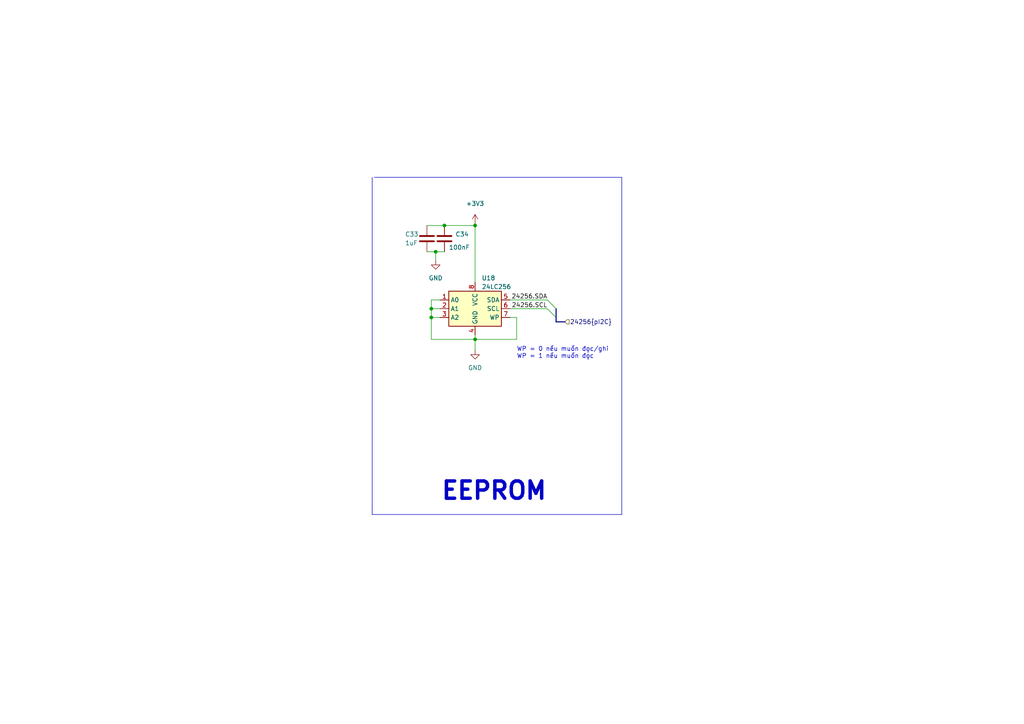
<source format=kicad_sch>
(kicad_sch (version 20230121) (generator eeschema)
  (paper "A4")
  (lib_symbols
    (symbol "Device:C" (pin_numbers hide) (pin_names (offset 0.254))
      (property "Reference" "C" (at 0.635 2.54 0))
      (property "Value" "C" (at 0.635 -2.54 0))
      (symbol "C_0_1"
        (polyline (pts (xy -2.032 -0.762) (xy 2.032 -0.762)) (stroke (width 0.508)))
        (polyline (pts (xy -2.032 0.762) (xy 2.032 0.762)) (stroke (width 0.508)))
      )
      (symbol "C_1_1"
        (pin passive line (at 0 3.81 270) (length 2.794) (name "~") (number "1"))
        (pin passive line (at 0 -3.81 90) (length 2.794) (name "~") (number "2"))
      )
    )
    (symbol "GND_1" (power) (pin_names (offset 0))
      (property "Value" "GND_1" (at 0 -3.81 0))
      (symbol "GND_1_0_1"
        (polyline (pts (xy 0 0) (xy 0 -1.27) (xy 1.27 -1.27) (xy 0 -2.54) (xy -1.27 -1.27) (xy 0 -1.27)))
      )
      (symbol "GND_1_1_1"
        (pin power_in line (at 0 0 270) (length 0) hide (name "GND") (number "1"))
      )
    )
    (symbol "Memory_EEPROM:24LC256"
      (property "Reference" "U" (at -6.35 6.35 0))
      (property "Value" "24LC256" (at 1.27 6.35 0))
      (symbol "24LC256_1_1"
        (rectangle (start -7.62 5.08) (end 7.62 -5.08) (stroke (width 0.254)) (fill (type background)))
        (pin input line (at -10.16 2.54 0) (length 2.54) (name "A0") (number "1"))
        (pin input line (at -10.16 0 0) (length 2.54) (name "A1") (number "2"))
        (pin input line (at -10.16 -2.54 0) (length 2.54) (name "A2") (number "3"))
        (pin power_in line (at 0 -7.62 90) (length 2.54) (name "GND") (number "4"))
        (pin bidirectional line (at 10.16 2.54 180) (length 2.54) (name "SDA") (number "5"))
        (pin input line (at 10.16 0 180) (length 2.54) (name "SCL") (number "6"))
        (pin input line (at 10.16 -2.54 180) (length 2.54) (name "WP") (number "7"))
        (pin power_in line (at 0 7.62 270) (length 2.54) (name "VCC") (number "8"))
      )
    )
    (symbol "power:+3V3" (power) (pin_names (offset 0))
      (property "Value" "+3V3" (at 0 3.556 0))
      (symbol "+3V3_0_1"
        (polyline (pts (xy -0.762 1.27) (xy 0 2.54)))
        (polyline (pts (xy 0 0) (xy 0 2.54)))
        (polyline (pts (xy 0 2.54) (xy 0.762 1.27)))
      )
      (symbol "+3V3_1_1"
        (pin power_in line (at 0 0 90) (length 0) hide (name "+3V3") (number "1"))
      )
    )
    (symbol "power:GND" (power) (pin_names (offset 0))
      (property "Value" "GND" (at 0 -3.81 0))
      (symbol "GND_0_1"
        (polyline (pts (xy 0 0) (xy 0 -1.27) (xy 1.27 -1.27) (xy 0 -2.54) (xy -1.27 -1.27) (xy 0 -1.27)))
      )
      (symbol "GND_1_1"
        (pin power_in line (at 0 0 270) (length 0) hide (name "GND") (number "1"))
      )
    )
  )
  (junction (at 128.905 65.405))
  (junction (at 125.095 92.075))
  (junction (at 125.095 89.535))
  (junction (at 126.365 73.025))
  (junction (at 137.795 98.425))
  (junction (at 137.795 65.405))
  (bus_entry (at 158.75 86.995) (size 2.54 2.54))
  (bus_entry (at 158.75 89.535) (size 2.54 2.54))
  (wire (pts (xy 125.095 92.075) (xy 125.095 98.425)))
  (wire (pts (xy 147.955 89.535) (xy 158.75 89.535)))
  (wire (pts (xy 147.955 86.995) (xy 158.75 86.995)))
  (wire (pts (xy 128.905 65.405) (xy 137.795 65.405)))
  (polyline (pts (xy 180.34 149.225) (xy 107.95 149.225)))
  (wire (pts (xy 123.825 73.025) (xy 126.365 73.025)))
  (polyline (pts (xy 108.585 51.435) (xy 180.34 51.435)))
  (wire (pts (xy 127.635 92.075) (xy 125.095 92.075)))
  (bus (pts (xy 161.29 89.535) (xy 161.29 92.075)))
  (wire (pts (xy 126.365 73.025) (xy 128.905 73.025)))
  (wire (pts (xy 149.86 92.075) (xy 149.86 98.425)))
  (wire (pts (xy 137.795 64.77) (xy 137.795 65.405)))
  (polyline (pts (xy 107.95 51.435) (xy 107.95 149.225)))
  (bus (pts (xy 161.29 93.345) (xy 163.83 93.345)))
  (wire (pts (xy 137.795 98.425) (xy 137.795 97.155)))
  (wire (pts (xy 149.86 98.425) (xy 137.795 98.425)))
  (wire (pts (xy 126.365 75.565) (xy 126.365 73.025)))
  (wire (pts (xy 123.825 65.405) (xy 128.905 65.405)))
  (polyline (pts (xy 180.34 51.435) (xy 180.34 149.225)))
  (wire (pts (xy 125.095 89.535) (xy 125.095 92.075)))
  (wire (pts (xy 137.795 98.425) (xy 137.795 101.6)))
  (wire (pts (xy 125.095 98.425) (xy 137.795 98.425)))
  (wire (pts (xy 125.095 86.995) (xy 125.095 89.535)))
  (wire (pts (xy 125.095 89.535) (xy 127.635 89.535)))
  (bus (pts (xy 161.29 92.075) (xy 161.29 93.345)))
  (wire (pts (xy 147.955 92.075) (xy 149.86 92.075)))
  (wire (pts (xy 137.795 65.405) (xy 137.795 81.915)))
  (wire (pts (xy 127.635 86.995) (xy 125.095 86.995)))
  (text "EEPROM" (at 127.635 145.415 0) (effects (font (size 5 5) bold) (justify left bottom)))
  (text "WP = 0 nếu muốn đọc/ghi\nWP = 1 nếu muốn đọc" (at 149.86 104.14 0) (effects (font (size 1.27 1.27)) (justify left bottom)))
  (label "24256.SCL" (at 158.75 89.535 180))
  (label "24256.SDA" (at 158.75 86.995 180))
  (hierarchical_label "24256{pI2C}" (shape input) (at 163.83 93.345 0))
  (symbol (lib_id "Device:C") (at 128.905 69.215 0) (unit 1)
    (property "Reference" "C34" (at 132.08 67.9449 0) (effects (justify left)))
    (property "Value" "100nF" (at 130.175 71.755 0) (effects (justify left)))
    (property "Footprint" "IVS_FOOTPRINTS:C_0603" (effects hide))
  )
  (symbol (lib_name "GND_1") (lib_id "power:GND") (at 137.795 101.6 0) (unit 1)
    (property "Reference" "#PWR0164" (effects hide))
    (property "Value" "GND" (at 137.795 106.68 0))
  )
  (symbol (lib_id "power:GND") (at 126.365 75.565 0) (unit 1)
    (property "Reference" "#PWR0162" (effects hide))
    (property "Value" "GND" (at 126.365 80.645 0))
  )
  (symbol (lib_id "Device:C") (at 123.825 69.215 0) (unit 1)
    (property "Reference" "C33" (at 117.475 67.945 0) (effects (justify left)))
    (property "Value" "1uF" (at 117.475 70.485 0) (effects (justify left)))
    (property "Footprint" "IVS_FOOTPRINTS:C_0603" (effects hide))
  )
  (symbol (lib_id "power:+3V3") (at 137.795 64.77 0) (unit 1)
    (property "Reference" "#PWR0163" (effects hide))
    (property "Value" "+3V3" (at 137.795 59.055 0))
  )
  (symbol (lib_id "Memory_EEPROM:24LC256") (at 137.795 89.535 0) (unit 1)
    (property "Reference" "U18" (at 139.7 80.645 0) (effects (justify left)))
    (property "Value" "24LC256" (at 139.7 83.185 0) (effects (justify left)))
    (property "Footprint" "IVS_FOOTPRINTS:SOIC-8_3.9x4.9mm_P1.27mm" (effects hide))
    (property "Datasheet" "http://ww1.microchip.com/downloads/en/devicedoc/21203m.pdf" (effects hide))
  )
)
</source>
